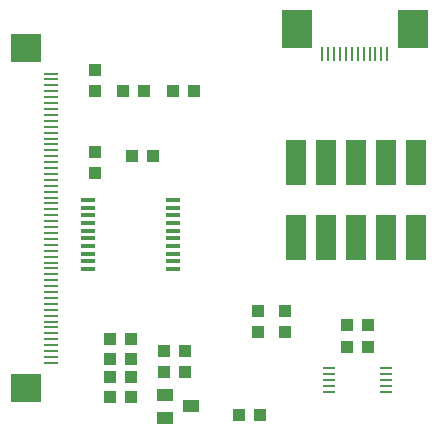
<source format=gbr>
G04 #@! TF.GenerationSoftware,KiCad,Pcbnew,5.1.6-c6e7f7d~87~ubuntu18.04.1*
G04 #@! TF.CreationDate,2022-09-30T15:40:45+03:00*
G04 #@! TF.ProjectId,MOD-LCD2.8RTP_Rev_C,4d4f442d-4c43-4443-922e-385254505f52,C*
G04 #@! TF.SameCoordinates,Original*
G04 #@! TF.FileFunction,Paste,Top*
G04 #@! TF.FilePolarity,Positive*
%FSLAX46Y46*%
G04 Gerber Fmt 4.6, Leading zero omitted, Abs format (unit mm)*
G04 Created by KiCad (PCBNEW 5.1.6-c6e7f7d~87~ubuntu18.04.1) date 2022-09-30 15:40:45*
%MOMM*%
%LPD*%
G01*
G04 APERTURE LIST*
%ADD10R,1.270000X0.325000*%
%ADD11R,1.016000X1.016000*%
%ADD12C,0.600000*%
%ADD13R,1.400000X1.000000*%
%ADD14R,0.230000X1.280000*%
%ADD15R,2.500000X3.200000*%
%ADD16R,1.280000X0.230000*%
%ADD17R,2.600000X2.400000*%
%ADD18R,0.980000X0.230000*%
G04 APERTURE END LIST*
D10*
X60882500Y-114414999D03*
X60882500Y-115064999D03*
X60882500Y-115714999D03*
X60882500Y-116364999D03*
X60882500Y-117014999D03*
X60882500Y-117664999D03*
X60882500Y-118314999D03*
X60882500Y-118964999D03*
X60882500Y-119614999D03*
X60882500Y-120264999D03*
X68121500Y-120264999D03*
X68121500Y-119614999D03*
X68121500Y-118964999D03*
X68121500Y-118314999D03*
X68121500Y-117664999D03*
X68121500Y-117014999D03*
X68121500Y-116364999D03*
X68121500Y-115714999D03*
X68121500Y-115064999D03*
X68121500Y-114414999D03*
D11*
X61468000Y-105156000D03*
X61468000Y-103378000D03*
X61468000Y-110363000D03*
X61468000Y-112141000D03*
X73736200Y-132613400D03*
X75514200Y-132613400D03*
D12*
G36*
X79370000Y-115670000D02*
G01*
X79370000Y-119480000D01*
X77670000Y-119480000D01*
X77670000Y-115670000D01*
X79370000Y-115670000D01*
G37*
G36*
X81910000Y-115670000D02*
G01*
X81910000Y-119480000D01*
X80210000Y-119480000D01*
X80210000Y-115670000D01*
X81910000Y-115670000D01*
G37*
G36*
X84450000Y-115670000D02*
G01*
X84450000Y-119480000D01*
X82750000Y-119480000D01*
X82750000Y-115670000D01*
X84450000Y-115670000D01*
G37*
G36*
X86990000Y-115670000D02*
G01*
X86990000Y-119480000D01*
X85290000Y-119480000D01*
X85290000Y-115670000D01*
X86990000Y-115670000D01*
G37*
G36*
X89530000Y-115670000D02*
G01*
X89530000Y-119480000D01*
X87830000Y-119480000D01*
X87830000Y-115670000D01*
X89530000Y-115670000D01*
G37*
G36*
X79370000Y-109320000D02*
G01*
X79370000Y-113130000D01*
X77670000Y-113130000D01*
X77670000Y-109320000D01*
X79370000Y-109320000D01*
G37*
G36*
X81910000Y-109320000D02*
G01*
X81910000Y-113130000D01*
X80210000Y-113130000D01*
X80210000Y-109320000D01*
X81910000Y-109320000D01*
G37*
G36*
X89530000Y-109320000D02*
G01*
X89530000Y-113130000D01*
X87830000Y-113130000D01*
X87830000Y-109320000D01*
X89530000Y-109320000D01*
G37*
G36*
X86990000Y-109320000D02*
G01*
X86990000Y-113130000D01*
X85290000Y-113130000D01*
X85290000Y-109320000D01*
X86990000Y-109320000D01*
G37*
G36*
X84450000Y-109320000D02*
G01*
X84450000Y-113130000D01*
X82750000Y-113130000D01*
X82750000Y-109320000D01*
X84450000Y-109320000D01*
G37*
D13*
X67392560Y-130950040D03*
X67392560Y-132852500D03*
X69602360Y-131897460D03*
D11*
X62800000Y-126200000D03*
X64578000Y-126200000D03*
X62811000Y-127900000D03*
X64589000Y-127900000D03*
X62811000Y-129400000D03*
X64589000Y-129400000D03*
X62811000Y-131100000D03*
X64589000Y-131100000D03*
X66407000Y-110667800D03*
X64629000Y-110667800D03*
X77597000Y-125574000D03*
X77597000Y-123796000D03*
X75311000Y-125574001D03*
X75311000Y-123796001D03*
X67311000Y-127200000D03*
X69089000Y-127200000D03*
X67311000Y-129000000D03*
X69089000Y-129000000D03*
X69889000Y-105150000D03*
X68111000Y-105150000D03*
X65694476Y-105150000D03*
X63916476Y-105150000D03*
D14*
X86250000Y-102050000D03*
X85750000Y-102050000D03*
X85250000Y-102050000D03*
X84750000Y-102050000D03*
X84250000Y-102050000D03*
X83750000Y-102050000D03*
D15*
X88400000Y-99950000D03*
X78600000Y-99950000D03*
D14*
X83250000Y-102050000D03*
X82750000Y-102050000D03*
X82250000Y-102050000D03*
X81750000Y-102050000D03*
X81250000Y-102050000D03*
X80750000Y-102050000D03*
D16*
X57750000Y-128210000D03*
X57750000Y-127710000D03*
X57750000Y-127210000D03*
X57750000Y-126710000D03*
X57750000Y-126210000D03*
X57750000Y-125710000D03*
X57750000Y-125210000D03*
X57750000Y-124710000D03*
X57750000Y-124210000D03*
X57750000Y-123710000D03*
X57750000Y-123210000D03*
X57750000Y-122710000D03*
X57750000Y-122210000D03*
X57750000Y-121710000D03*
X57750000Y-121210000D03*
X57750000Y-120710000D03*
X57750000Y-120210000D03*
X57750000Y-119710000D03*
X57750000Y-119210000D03*
X57750000Y-118710000D03*
X57750000Y-118210000D03*
X57750000Y-117710000D03*
X57750000Y-117210000D03*
X57750000Y-116710000D03*
X57750000Y-116210000D03*
X57750000Y-115710000D03*
X57750000Y-115210000D03*
X57750000Y-114710000D03*
X57750000Y-114210000D03*
X57750000Y-113710000D03*
X57750000Y-113210000D03*
X57750000Y-112710000D03*
X57750000Y-112210000D03*
X57750000Y-111710000D03*
X57750000Y-111210000D03*
X57750000Y-110710000D03*
X57750000Y-110210000D03*
X57750000Y-109710000D03*
X57750000Y-109210000D03*
X57750000Y-108710000D03*
D17*
X55650000Y-130360000D03*
X55650000Y-101560000D03*
D16*
X57750000Y-107210000D03*
X57750000Y-106710000D03*
X57750000Y-103710000D03*
X57750000Y-106210000D03*
X57750000Y-104710000D03*
X57750000Y-108210000D03*
X57750000Y-107710000D03*
X57750000Y-104210000D03*
X57750000Y-105210000D03*
X57750000Y-105710000D03*
D11*
X84582000Y-126873000D03*
X82804000Y-126873000D03*
X84582001Y-124968000D03*
X82804001Y-124968000D03*
D18*
X86114000Y-128643001D03*
X86114000Y-129143001D03*
X86114000Y-129643001D03*
X86114000Y-130143001D03*
X86114000Y-130643001D03*
X81314000Y-130643001D03*
X81314000Y-130143001D03*
X81314000Y-129643001D03*
X81314000Y-129143001D03*
X81314000Y-128643001D03*
M02*

</source>
